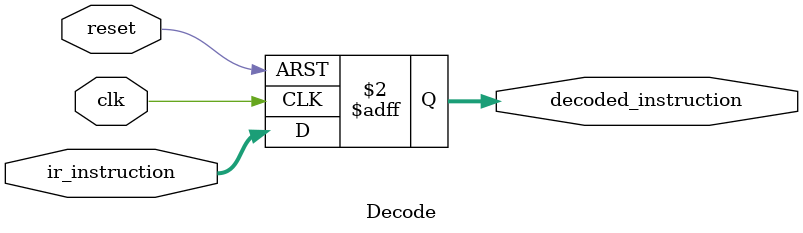
<source format=v>
module Decode (
    input wire clk,
    input wire reset,
    input wire [7:0] ir_instruction,
    output reg [7:0] decoded_instruction
);

// Decode operation
always @(posedge clk or posedge reset) begin
    if (reset) begin
        decoded_instruction <= 8'h00;
    end else begin
        decoded_instruction <= ir_instruction;
    end
end

endmodule

</source>
